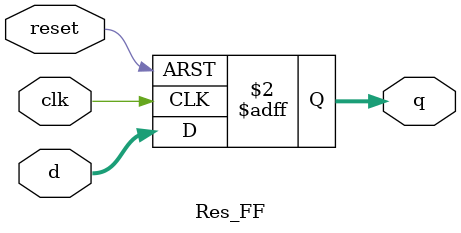
<source format=sv>
module Res_FF#(parameter WIDTH = 8)(input logic clk, reset, input logic [WIDTH-1:0] d, output logic [WIDTH-1:0] q); 
always_ff @(posedge clk, posedge reset) 
 if (reset) q <= 0; 
 else q <= d; 
endmodule 


</source>
